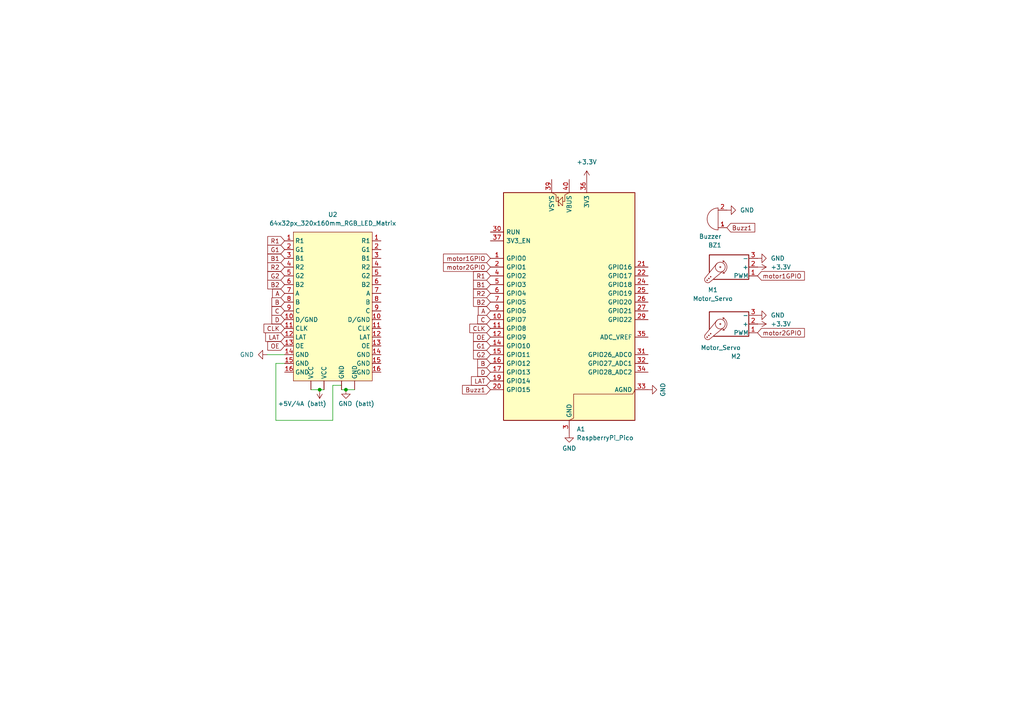
<source format=kicad_sch>
(kicad_sch (version 20250114) (generator "eeschema") (generator_version "9.0")
  (paper "A4")
  (lib_symbols
    (symbol "Device:Buzzer" (pin_names (offset 0.0254) (hide yes))
      (property "Reference" "BZ" (at 3.81 1.27 0))
      (property "Value" "Buzzer" (at 3.81 -1.27 0))
      (symbol "Buzzer_0_1"
        (polyline (pts (xy -1.651 1.905) (xy -1.143 1.905)))
        (polyline (pts (xy -1.397 2.159) (xy -1.397 1.651)))
        (arc (start 0 3.175) (mid 3.1612 0) (end 0 -3.175))
        (polyline (pts (xy 0 3.175) (xy 0 -3.175)))
      )
      (symbol "Buzzer_1_1"
        (pin passive line (at -2.54 2.54 0) (length 2.54) (name "+") (number "1"))
        (pin passive line (at -2.54 -2.54 0) (length 2.54) (name "-") (number "2"))
      )
    )
    (symbol "HUB75_64x32px_320x160mm_RGBLEDMATRIX:64x32px_320x160mm_RGB_LED_Matrix"
      (property "Reference" "U" (at 0 19.558 0))
      (property "Value" "64x32px_320x160mm_RGB_LED_Matrix" (at 0.254 23.368 0))
      (symbol "64x32px_320x160mm_RGB_LED_Matrix_1_1"
        (rectangle (start -11.43 21.59) (end 11.43 -21.59) (fill (type background)))
        (pin input line (at -13.97 19.05 0) (length 2.54) (name "R1") (number "1"))
        (pin input line (at -13.97 16.51 0) (length 2.54) (name "G1") (number "2"))
        (pin input line (at -13.97 13.97 0) (length 2.54) (name "B1") (number "3"))
        (pin input line (at -13.97 11.43 0) (length 2.54) (name "R2") (number "4"))
        (pin input line (at -13.97 8.89 0) (length 2.54) (name "G2") (number "5"))
        (pin input line (at -13.97 6.35 0) (length 2.54) (name "B2") (number "6"))
        (pin input line (at -13.97 3.81 0) (length 2.54) (name "A") (number "7"))
        (pin input line (at -13.97 1.27 0) (length 2.54) (name "B") (number "8"))
        (pin input line (at -13.97 -1.27 0) (length 2.54) (name "C") (number "9"))
        (pin input line (at -13.97 -3.81 0) (length 2.54) (name "D/GND") (number "10"))
        (pin input line (at -13.97 -6.35 0) (length 2.54) (name "CLK") (number "11"))
        (pin input line (at -13.97 -8.89 0) (length 2.54) (name "LAT") (number "12"))
        (pin input line (at -13.97 -11.43 0) (length 2.54) (name "OE") (number "13"))
        (pin input line (at -13.97 -13.97 0) (length 2.54) (name "GND") (number "14"))
        (pin input line (at -13.97 -16.51 0) (length 2.54) (name "GND") (number "15"))
        (pin input line (at -13.97 -19.05 0) (length 2.54) (name "GND") (number "16"))
        (pin input line (at -6.35 -24.13 90) (length 2.54) (name "VCC") (number ""))
        (pin input line (at -2.54 -24.13 90) (length 2.54) (name "VCC") (number ""))
        (pin input line (at 2.54 -24.13 90) (length 2.54) (name "GND") (number ""))
        (pin input line (at 6.35 -24.13 90) (length 2.54) (name "GND") (number ""))
        (pin output line (at 13.97 19.05 180) (length 2.54) (name "R1") (number "1"))
        (pin output line (at 13.97 16.51 180) (length 2.54) (name "G1") (number "2"))
        (pin output line (at 13.97 13.97 180) (length 2.54) (name "B1") (number "3"))
        (pin output line (at 13.97 11.43 180) (length 2.54) (name "R2") (number "4"))
        (pin output line (at 13.97 8.89 180) (length 2.54) (name "G2") (number "5"))
        (pin output line (at 13.97 6.35 180) (length 2.54) (name "B2") (number "6"))
        (pin output line (at 13.97 3.81 180) (length 2.54) (name "A") (number "7"))
        (pin output line (at 13.97 1.27 180) (length 2.54) (name "B") (number "8"))
        (pin output line (at 13.97 -1.27 180) (length 2.54) (name "C") (number "9"))
        (pin output line (at 13.97 -3.81 180) (length 2.54) (name "D/GND") (number "10"))
        (pin output line (at 13.97 -6.35 180) (length 2.54) (name "CLK") (number "11"))
        (pin output line (at 13.97 -8.89 180) (length 2.54) (name "LAT") (number "12"))
        (pin output line (at 13.97 -11.43 180) (length 2.54) (name "OE") (number "13"))
        (pin output line (at 13.97 -13.97 180) (length 2.54) (name "GND") (number "14"))
        (pin output line (at 13.97 -16.51 180) (length 2.54) (name "GND") (number "15"))
        (pin output line (at 13.97 -19.05 180) (length 2.54) (name "GND") (number "16"))
      )
    )
    (symbol "MCU_Module:RaspberryPi_Pico" (pin_names (offset 0.762))
      (property "Reference" "A" (at -19.05 35.56 0))
      (property "Value" "RaspberryPi_Pico" (at 7.62 35.56 0))
      (symbol "RaspberryPi_Pico_0_1"
        (rectangle (start -19.05 34.29) (end 19.05 -31.75) (stroke (width 0.254)) (fill (type background)))
        (polyline (pts (xy -5.08 34.29) (xy -3.81 33.655) (xy -3.81 31.75) (xy -3.175 31.75)))
        (polyline (pts (xy -3.429 32.766) (xy -3.429 33.02) (xy -3.175 33.02) (xy -3.175 30.48) (xy -2.921 30.48) (xy -2.921 30.734)))
        (polyline (pts (xy -3.175 31.75) (xy -1.905 33.02) (xy -1.905 30.48) (xy -3.175 31.75)))
        (polyline (pts (xy 0 34.29) (xy -1.27 33.655) (xy -1.27 31.75) (xy -1.905 31.75)))
        (polyline (pts (xy 0 -31.75) (xy 1.27 -31.115) (xy 1.27 -24.13) (xy 18.415 -24.13) (xy 19.05 -22.86)))
      )
      (symbol "RaspberryPi_Pico_1_1"
        (pin passive line (at -22.86 22.86 0) (length 3.81) (name "RUN") (number "30"))
        (pin passive line (at -22.86 20.32 0) (length 3.81) (name "3V3_EN") (number "37"))
        (pin bidirectional line (at -22.86 15.24 0) (length 3.81) (name "GPIO0") (number "1"))
        (pin bidirectional line (at -22.86 12.7 0) (length 3.81) (name "GPIO1") (number "2"))
        (pin bidirectional line (at -22.86 10.16 0) (length 3.81) (name "GPIO2") (number "4"))
        (pin bidirectional line (at -22.86 7.62 0) (length 3.81) (name "GPIO3") (number "5"))
        (pin bidirectional line (at -22.86 5.08 0) (length 3.81) (name "GPIO4") (number "6"))
        (pin bidirectional line (at -22.86 2.54 0) (length 3.81) (name "GPIO5") (number "7"))
        (pin bidirectional line (at -22.86 0 0) (length 3.81) (name "GPIO6") (number "9"))
        (pin bidirectional line (at -22.86 -2.54 0) (length 3.81) (name "GPIO7") (number "10"))
        (pin bidirectional line (at -22.86 -5.08 0) (length 3.81) (name "GPIO8") (number "11"))
        (pin bidirectional line (at -22.86 -7.62 0) (length 3.81) (name "GPIO9") (number "12"))
        (pin bidirectional line (at -22.86 -10.16 0) (length 3.81) (name "GPIO10") (number "14"))
        (pin bidirectional line (at -22.86 -12.7 0) (length 3.81) (name "GPIO11") (number "15"))
        (pin bidirectional line (at -22.86 -15.24 0) (length 3.81) (name "GPIO12") (number "16"))
        (pin bidirectional line (at -22.86 -17.78 0) (length 3.81) (name "GPIO13") (number "17"))
        (pin bidirectional line (at -22.86 -20.32 0) (length 3.81) (name "GPIO14") (number "19"))
        (pin bidirectional line (at -22.86 -22.86 0) (length 3.81) (name "GPIO15") (number "20"))
        (pin power_in line (at -5.08 38.1 270) (length 3.81) (name "VSYS") (number "39"))
        (pin power_out line (at 0 38.1 270) (length 3.81) (name "VBUS") (number "40"))
        (pin passive line (at 0 -35.56 90) (length 3.81) (hide yes) (name "GND") (number "13"))
        (pin passive line (at 0 -35.56 90) (length 3.81) (hide yes) (name "GND") (number "18"))
        (pin passive line (at 0 -35.56 90) (length 3.81) (hide yes) (name "GND") (number "23"))
        (pin passive line (at 0 -35.56 90) (length 3.81) (hide yes) (name "GND") (number "28"))
        (pin power_out line (at 0 -35.56 90) (length 3.81) (name "GND") (number "3"))
        (pin passive line (at 0 -35.56 90) (length 3.81) (hide yes) (name "GND") (number "38"))
        (pin passive line (at 0 -35.56 90) (length 3.81) (hide yes) (name "GND") (number "8"))
        (pin power_out line (at 5.08 38.1 270) (length 3.81) (name "3V3") (number "36"))
        (pin bidirectional line (at 22.86 12.7 180) (length 3.81) (name "GPIO16") (number "21"))
        (pin bidirectional line (at 22.86 10.16 180) (length 3.81) (name "GPIO17") (number "22"))
        (pin bidirectional line (at 22.86 7.62 180) (length 3.81) (name "GPIO18") (number "24"))
        (pin bidirectional line (at 22.86 5.08 180) (length 3.81) (name "GPIO19") (number "25"))
        (pin bidirectional line (at 22.86 2.54 180) (length 3.81) (name "GPIO20") (number "26"))
        (pin bidirectional line (at 22.86 0 180) (length 3.81) (name "GPIO21") (number "27"))
        (pin bidirectional line (at 22.86 -2.54 180) (length 3.81) (name "GPIO22") (number "29"))
        (pin power_in line (at 22.86 -7.62 180) (length 3.81) (name "ADC_VREF") (number "35"))
        (pin bidirectional line (at 22.86 -12.7 180) (length 3.81) (name "GPIO26_ADC0") (number "31"))
        (pin bidirectional line (at 22.86 -15.24 180) (length 3.81) (name "GPIO27_ADC1") (number "32"))
        (pin bidirectional line (at 22.86 -17.78 180) (length 3.81) (name "GPIO28_ADC2") (number "34"))
        (pin power_out line (at 22.86 -22.86 180) (length 3.81) (name "AGND") (number "33"))
      )
    )
    (symbol "Motor:Motor_Servo" (pin_names (offset 0.0254))
      (property "Reference" "M" (at -5.08 4.445 0))
      (property "Value" "Motor_Servo" (at -5.08 -4.064 0))
      (symbol "Motor_Servo_0_1"
        (polyline (pts (xy 2.413 1.778) (xy 1.905 1.778)))
        (polyline (pts (xy 2.413 1.778) (xy 2.286 1.397)))
        (polyline (pts (xy 2.413 -1.778) (xy 2.032 -1.778)))
        (polyline (pts (xy 2.413 -1.778) (xy 2.286 -1.397)))
        (arc (start 2.413 -1.778) (mid 1.2406 0) (end 2.413 1.778))
        (circle (center 3.175 0) (radius 0.1778))
        (circle (center 3.175 0) (radius 1.4224))
        (polyline (pts (xy 5.08 3.556) (xy -5.08 3.556) (xy -5.08 -3.556) (xy 6.35 -3.556) (xy 6.35 1.524)) (stroke (width 0.254)))
        (circle (center 5.969 2.794) (radius 0.127))
        (polyline (pts (xy 6.35 4.445) (xy 2.54 1.27)))
        (circle (center 6.477 3.302) (radius 0.127))
        (arc (start 6.35 4.445) (mid 7.4487 4.2737) (end 7.62 3.175))
        (circle (center 6.985 3.81) (radius 0.127))
        (polyline (pts (xy 7.62 3.175) (xy 4.191 -1.016)))
      )
      (symbol "Motor_Servo_1_1"
        (pin passive line (at -7.62 2.54 0) (length 2.54) (name "PWM") (number "1"))
        (pin passive line (at -7.62 0 0) (length 2.54) (name "+") (number "2"))
        (pin passive line (at -7.62 -2.54 0) (length 2.54) (name "-") (number "3"))
      )
    )
    (symbol "power:+3.3V" (power) (pin_numbers (hide yes)) (pin_names (offset 0) (hide yes))
      (property "Value" "+3.3V" (at 0 3.556 0))
      (symbol "+3.3V_0_1"
        (polyline (pts (xy -0.762 1.27) (xy 0 2.54)))
        (polyline (pts (xy 0 2.54) (xy 0.762 1.27)))
        (polyline (pts (xy 0 0) (xy 0 2.54)))
      )
      (symbol "+3.3V_1_1"
        (pin power_in line (at 0 0 90) (length 0) (name "~") (number "1"))
      )
    )
    (symbol "power:+5V" (power) (pin_numbers (hide yes)) (pin_names (offset 0) (hide yes))
      (property "Value" "+5V" (at 0 3.556 0))
      (symbol "+5V_0_1"
        (polyline (pts (xy -0.762 1.27) (xy 0 2.54)))
        (polyline (pts (xy 0 2.54) (xy 0.762 1.27)))
        (polyline (pts (xy 0 0) (xy 0 2.54)))
      )
      (symbol "+5V_1_1"
        (pin power_in line (at 0 0 90) (length 0) (name "~") (number "1"))
      )
    )
    (symbol "power:GND" (power) (pin_numbers (hide yes)) (pin_names (offset 0) (hide yes))
      (property "Value" "GND" (at 0 -3.81 0))
      (symbol "GND_0_1"
        (polyline (pts (xy 0 0) (xy 0 -1.27) (xy 1.27 -1.27) (xy 0 -2.54) (xy -1.27 -1.27) (xy 0 -1.27)))
      )
      (symbol "GND_1_1"
        (pin power_in line (at 0 0 270) (length 0) (name "~") (number "1"))
      )
    )
  )
  (junction (at 92.71 113.03))
  (junction (at 100.33 113.03))
  (wire (pts (xy 80.01 121.92) (xy 80.01 105.41)))
  (wire (pts (xy 96.52 111.76) (xy 96.52 121.92)))
  (wire (pts (xy 77.47 102.87) (xy 82.55 102.87)))
  (wire (pts (xy 96.52 121.92) (xy 80.01 121.92)))
  (wire (pts (xy 100.33 113.03) (xy 102.87 113.03)))
  (wire (pts (xy 90.17 113.03) (xy 92.71 113.03)))
  (wire (pts (xy 80.01 105.41) (xy 82.55 105.41)))
  (wire (pts (xy 99.06 111.76) (xy 96.52 111.76)))
  (wire (pts (xy 92.71 113.03) (xy 93.98 113.03)))
  (wire (pts (xy 99.06 113.03) (xy 100.33 113.03)))
  (global_label "A" (shape input) (at 142.24 90.17 180) (property "Intersheetrefs" "${INTERSHEET_REFS}" (effects (hide yes))))
  (global_label "Buzz1" (shape input) (at 142.24 113.03 180) (property "Intersheetrefs" "${INTERSHEET_REFS}" (effects (hide yes))))
  (global_label "D" (shape input) (at 82.55 92.71 180) (property "Intersheetrefs" "${INTERSHEET_REFS}" (effects (hide yes))))
  (global_label "OE" (shape input) (at 142.24 97.79 180) (property "Intersheetrefs" "${INTERSHEET_REFS}" (effects (hide yes))))
  (global_label "B2" (shape input) (at 142.24 87.63 180) (property "Intersheetrefs" "${INTERSHEET_REFS}" (effects (hide yes))))
  (global_label "G2" (shape input) (at 82.55 80.01 180) (property "Intersheetrefs" "${INTERSHEET_REFS}" (effects (hide yes))))
  (global_label "A" (shape input) (at 82.55 85.09 180) (property "Intersheetrefs" "${INTERSHEET_REFS}" (effects (hide yes))))
  (global_label "B1" (shape input) (at 82.55 74.93 180) (property "Intersheetrefs" "${INTERSHEET_REFS}" (effects (hide yes))))
  (global_label "R1" (shape input) (at 82.55 69.85 180) (property "Intersheetrefs" "${INTERSHEET_REFS}" (effects (hide yes))))
  (global_label "R2" (shape input) (at 142.24 85.09 180) (property "Intersheetrefs" "${INTERSHEET_REFS}" (effects (hide yes))))
  (global_label "OE" (shape input) (at 82.55 100.33 180) (property "Intersheetrefs" "${INTERSHEET_REFS}" (effects (hide yes))))
  (global_label "motor1GPIO" (shape input) (at 142.24 74.93 180) (property "Intersheetrefs" "${INTERSHEET_REFS}" (effects (hide yes))))
  (global_label "motor2GPIO" (shape input) (at 142.24 77.47 180) (property "Intersheetrefs" "${INTERSHEET_REFS}" (effects (hide yes))))
  (global_label "motor2GPIO" (shape input) (at 219.71 96.52 0) (property "Intersheetrefs" "${INTERSHEET_REFS}" (effects (hide yes))))
  (global_label "R2" (shape input) (at 82.55 77.47 180) (property "Intersheetrefs" "${INTERSHEET_REFS}" (effects (hide yes))))
  (global_label "motor1GPIO" (shape input) (at 219.71 80.01 0) (property "Intersheetrefs" "${INTERSHEET_REFS}" (effects (hide yes))))
  (global_label "D" (shape input) (at 142.24 107.95 180) (property "Intersheetrefs" "${INTERSHEET_REFS}" (effects (hide yes))))
  (global_label "G1" (shape input) (at 142.24 100.33 180) (property "Intersheetrefs" "${INTERSHEET_REFS}" (effects (hide yes))))
  (global_label "C" (shape input) (at 142.24 92.71 180) (property "Intersheetrefs" "${INTERSHEET_REFS}" (effects (hide yes))))
  (global_label "G1" (shape input) (at 82.55 72.39 180) (property "Intersheetrefs" "${INTERSHEET_REFS}" (effects (hide yes))))
  (global_label "B" (shape input) (at 142.24 105.41 180) (property "Intersheetrefs" "${INTERSHEET_REFS}" (effects (hide yes))))
  (global_label "B" (shape input) (at 82.55 87.63 180) (property "Intersheetrefs" "${INTERSHEET_REFS}" (effects (hide yes))))
  (global_label "B1" (shape input) (at 142.24 82.55 180) (property "Intersheetrefs" "${INTERSHEET_REFS}" (effects (hide yes))))
  (global_label "G2" (shape input) (at 142.24 102.87 180) (property "Intersheetrefs" "${INTERSHEET_REFS}" (effects (hide yes))))
  (global_label "C" (shape input) (at 82.55 90.17 180) (property "Intersheetrefs" "${INTERSHEET_REFS}" (effects (hide yes))))
  (global_label "Buzz1" (shape input) (at 210.82 66.04 0) (property "Intersheetrefs" "${INTERSHEET_REFS}" (effects (hide yes))))
  (global_label "B2" (shape input) (at 82.55 82.55 180) (property "Intersheetrefs" "${INTERSHEET_REFS}" (effects (hide yes))))
  (global_label "CLK" (shape input) (at 142.24 95.25 180) (property "Intersheetrefs" "${INTERSHEET_REFS}" (effects (hide yes))))
  (global_label "LAT" (shape input) (at 142.24 110.49 180) (property "Intersheetrefs" "${INTERSHEET_REFS}" (effects (hide yes))))
  (global_label "LAT" (shape input) (at 82.55 97.79 180) (property "Intersheetrefs" "${INTERSHEET_REFS}" (effects (hide yes))))
  (global_label "CLK" (shape input) (at 82.55 95.25 180) (property "Intersheetrefs" "${INTERSHEET_REFS}" (effects (hide yes))))
  (global_label "R1" (shape input) (at 142.24 80.01 180) (property "Intersheetrefs" "${INTERSHEET_REFS}" (effects (hide yes))))
  (symbol (lib_id "Motor:Motor_Servo") (at 212.09 77.47 180) (unit 1)
    (property "Reference" "M1" (at 206.756 84.074 0))
    (property "Value" "Motor_Servo" (at 206.756 86.614 0))
    (property "Datasheet" "http://forums.parallax.com/uploads/attachments/46831/74481.png" (effects (hide yes)))
    (property "Description" "Servo Motor (Futaba, HiTec, JR connector)" (effects (hide yes)))
  )
  (symbol (lib_id "power:GND") (at 165.1 125.73 0) (unit 1)
    (property "Reference" "#PWR06" (effects (hide yes)))
    (property "Value" "GND" (at 165.1 130.048 0))
    (property "Description" "Power symbol creates a global label with name \"GND\" , ground" (effects (hide yes)))
  )
  (symbol (lib_id "HUB75_64x32px_320x160mm_RGBLEDMATRIX:64x32px_320x160mm_RGB_LED_Matrix") (at 96.52 88.9 0) (unit 1)
    (property "Reference" "U2" (at 96.52 62.23 0))
    (property "Value" "64x32px_320x160mm_RGB_LED_Matrix" (at 96.52 64.77 0))
  )
  (symbol (lib_id "power:GND") (at 219.71 74.93 90) (unit 1)
    (property "Reference" "#PWR03" (effects (hide yes)))
    (property "Value" "GND" (at 223.52 74.9299 90) (effects (justify right)))
    (property "Description" "Power symbol creates a global label with name \"GND\" , ground" (effects (hide yes)))
  )
  (symbol (lib_id "Motor:Motor_Servo") (at 212.09 93.98 180) (unit 1)
    (property "Reference" "M2" (at 214.884 103.378 0) (effects (justify left)))
    (property "Value" "Motor_Servo" (at 214.884 100.838 0) (effects (justify left)))
    (property "Datasheet" "http://forums.parallax.com/uploads/attachments/46831/74481.png" (effects (hide yes)))
    (property "Description" "Servo Motor (Futaba, HiTec, JR connector)" (effects (hide yes)))
  )
  (symbol (lib_id "Device:Buzzer") (at 208.28 63.5 180) (unit 1)
    (property "Reference" "BZ1" (at 209.296 71.12 0) (effects (justify left)))
    (property "Value" "Buzzer" (at 209.296 68.58 0) (effects (justify left)))
    (property "Description" "Buzzer, polarized" (effects (hide yes)))
  )
  (symbol (lib_id "power:GND") (at 219.71 91.44 90) (unit 1)
    (property "Reference" "#PWR08" (effects (hide yes)))
    (property "Value" "GND" (at 223.52 91.4399 90) (effects (justify right)))
    (property "Description" "Power symbol creates a global label with name \"GND\" , ground" (effects (hide yes)))
  )
  (symbol (lib_id "power:+3.3V") (at 219.71 93.98 270) (unit 1)
    (property "Reference" "#PWR011" (effects (hide yes)))
    (property "Value" "+3.3V" (at 223.52 93.9799 90) (effects (justify left)))
    (property "Description" "Power symbol creates a global label with name \"+3.3V\"" (effects (hide yes)))
  )
  (symbol (lib_id "power:GND") (at 100.33 113.03 0) (unit 1)
    (property "Reference" "#PWR02" (effects (hide yes)))
    (property "Value" "GND (batt)" (at 103.378 117.094 0))
    (property "Description" "Power symbol creates a global label with name \"GND\" , ground" (effects (hide yes)))
  )
  (symbol (lib_id "MCU_Module:RaspberryPi_Pico") (at 165.1 90.17 0) (unit 1)
    (property "Reference" "A1" (at 167.2433 124.46 0) (effects (justify left)))
    (property "Value" "RaspberryPi_Pico" (at 167.2433 127 0) (effects (justify left)))
    (property "Footprint" "Module:RaspberryPi_Pico_Common_Unspecified" (effects (hide yes)))
    (property "Datasheet" "https://datasheets.raspberrypi.com/pico/pico-datasheet.pdf" (effects (hide yes)))
    (property "Description" "Versatile and inexpensive microcontroller module powered by RP2040 dual-core Arm Cortex-M0+ processor up to 133 MHz, 264kB SRAM, 2MB QSPI flash; also supports Raspberry Pi Pico 2" (effects (hide yes)))
  )
  (symbol (lib_id "power:GND") (at 210.82 60.96 90) (unit 1)
    (property "Reference" "#PWR07" (effects (hide yes)))
    (property "Value" "GND" (at 214.63 60.9599 90) (effects (justify right)))
    (property "Description" "Power symbol creates a global label with name \"GND\" , ground" (effects (hide yes)))
  )
  (symbol (lib_id "power:GND") (at 187.96 113.03 90) (unit 1)
    (property "Reference" "#PWR05" (effects (hide yes)))
    (property "Value" "GND" (at 192.278 113.03 0))
    (property "Description" "Power symbol creates a global label with name \"GND\" , ground" (effects (hide yes)))
  )
  (symbol (lib_id "power:GND") (at 77.47 102.87 270) (unit 1)
    (property "Reference" "#PWR04" (effects (hide yes)))
    (property "Value" "GND" (at 73.66 102.8699 90) (effects (justify right)))
    (property "Description" "Power symbol creates a global label with name \"GND\" , ground" (effects (hide yes)))
  )
  (symbol (lib_id "power:+5V") (at 92.71 113.03 180) (unit 1)
    (property "Reference" "#PWR01" (effects (hide yes)))
    (property "Value" "+5V/4A (batt)" (at 87.63 117.094 0))
    (property "Description" "Power symbol creates a global label with name \"+5V\"" (effects (hide yes)))
  )
  (symbol (lib_id "power:+3.3V") (at 170.18 52.07 0) (unit 1)
    (property "Reference" "#PWR09" (effects (hide yes)))
    (property "Value" "+3.3V" (at 170.18 46.99 0))
    (property "Description" "Power symbol creates a global label with name \"+3.3V\"" (effects (hide yes)))
  )
  (symbol (lib_id "power:+3.3V") (at 219.71 77.47 270) (unit 1)
    (property "Reference" "#PWR010" (effects (hide yes)))
    (property "Value" "+3.3V" (at 223.52 77.4699 90) (effects (justify left)))
    (property "Description" "Power symbol creates a global label with name \"+3.3V\"" (effects (hide yes)))
  )
)
</source>
